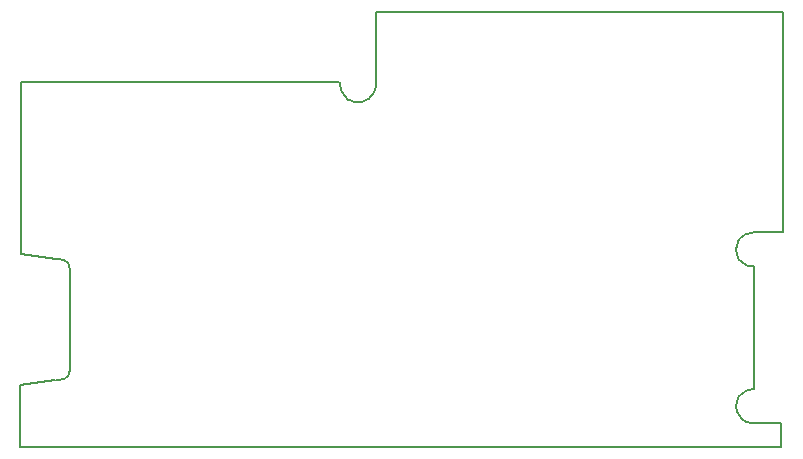
<source format=gbr>
G04 #@! TF.GenerationSoftware,KiCad,Pcbnew,(6.0.0-rc1-dev-557-ge985f797c)*
G04 #@! TF.CreationDate,2018-12-31T20:35:23+01:00*
G04 #@! TF.ProjectId,MAN Adapterplatine,4D414E2041646170746572706C617469,1.0*
G04 #@! TF.SameCoordinates,Original*
G04 #@! TF.FileFunction,Profile,NP*
%FSLAX46Y46*%
G04 Gerber Fmt 4.6, Leading zero omitted, Abs format (unit mm)*
G04 Created by KiCad (PCBNEW (6.0.0-rc1-dev-557-ge985f797c)) date 12/31/18 20:35:23*
%MOMM*%
%LPD*%
G01*
G04 APERTURE LIST*
%ADD10C,0.200000*%
G04 APERTURE END LIST*
D10*
X153543107Y-83979600D02*
X155963752Y-83979600D01*
X121525121Y-65345130D02*
X121525121Y-71256166D01*
X155963752Y-83979600D02*
X155963752Y-65345130D01*
X121525121Y-71256166D02*
X121516517Y-71452405D01*
X121516517Y-71452405D02*
X121492855Y-71628994D01*
X121492855Y-71628994D02*
X121455797Y-71792003D01*
X121455797Y-71792003D02*
X121405509Y-71945626D01*
X121405509Y-71945626D02*
X121344300Y-72086107D01*
X121344300Y-72086107D02*
X121271668Y-72217099D01*
X121271668Y-72217099D02*
X121189718Y-72336350D01*
X121189718Y-72336350D02*
X121097960Y-72445833D01*
X121097960Y-72445833D02*
X120997072Y-72545219D01*
X120997072Y-72545219D02*
X120884054Y-72636929D01*
X120884054Y-72636929D02*
X120762996Y-72717110D01*
X120762996Y-72717110D02*
X120630169Y-72787597D01*
X120630169Y-72787597D02*
X120487642Y-72846058D01*
X120487642Y-72846058D02*
X120333004Y-72891939D01*
X120333004Y-72891939D02*
X120162179Y-72923447D01*
X120162179Y-72923447D02*
X119973676Y-72936273D01*
X119973676Y-72936273D02*
X119780936Y-72925967D01*
X119780936Y-72925967D02*
X119610255Y-72896367D01*
X119610255Y-72896367D02*
X119454010Y-72850973D01*
X119454010Y-72850973D02*
X119311394Y-72792326D01*
X119311394Y-72792326D02*
X119180870Y-72721854D01*
X119180870Y-72721854D02*
X119061402Y-72640388D01*
X119061402Y-72640388D02*
X118951622Y-72547675D01*
X118951622Y-72547675D02*
X118851690Y-72443981D01*
X118851690Y-72443981D02*
X118762515Y-72330362D01*
X118762515Y-72330362D02*
X118684441Y-72207513D01*
X118684441Y-72207513D02*
X118616909Y-72074331D01*
X118616909Y-72074331D02*
X118560045Y-71929768D01*
X118560045Y-71929768D02*
X118514688Y-71773777D01*
X118514688Y-71773777D02*
X118481675Y-71606308D01*
X118481675Y-71606308D02*
X118461510Y-71422533D01*
X118461510Y-71422533D02*
X118455954Y-71256166D01*
X91396636Y-96887180D02*
X91396636Y-102133576D01*
X91458179Y-71264450D02*
X91458179Y-85822710D01*
X155963752Y-65345130D02*
X121525121Y-65345130D01*
X91458179Y-71264450D02*
X118397694Y-71256166D01*
X95583371Y-87097834D02*
X95583371Y-95604957D01*
X153543107Y-97256423D02*
X153543107Y-86848293D01*
X153543107Y-86848293D02*
X153350171Y-86839869D01*
X153350171Y-86839869D02*
X153171248Y-86815454D01*
X153171248Y-86815454D02*
X153007959Y-86776841D01*
X153007959Y-86776841D02*
X152853954Y-86723412D01*
X152853954Y-86723412D02*
X152716267Y-86658679D01*
X152716267Y-86658679D02*
X152591127Y-86582592D01*
X152591127Y-86582592D02*
X152477619Y-86495455D01*
X152477619Y-86495455D02*
X152374129Y-86396110D01*
X152374129Y-86396110D02*
X152282584Y-86286231D01*
X152282584Y-86286231D02*
X152201126Y-86162532D01*
X152201126Y-86162532D02*
X152133407Y-86029116D01*
X152133407Y-86029116D02*
X152078575Y-85882078D01*
X152078575Y-85882078D02*
X152038936Y-85721711D01*
X152038936Y-85721711D02*
X152016663Y-85541434D01*
X152016663Y-85541434D02*
X152017623Y-85341482D01*
X152017623Y-85341482D02*
X152040851Y-85163483D01*
X152040851Y-85163483D02*
X152080928Y-85002099D01*
X152080928Y-85002099D02*
X152134764Y-84854910D01*
X152134764Y-84854910D02*
X152201034Y-84719287D01*
X152201034Y-84719287D02*
X152277840Y-84595883D01*
X152277840Y-84595883D02*
X152367250Y-84480514D01*
X152367250Y-84480514D02*
X152468232Y-84375087D01*
X152468232Y-84375087D02*
X152583858Y-84277804D01*
X152583858Y-84277804D02*
X152703414Y-84197272D01*
X152703414Y-84197272D02*
X152834591Y-84127539D01*
X152834591Y-84127539D02*
X152977445Y-84069789D01*
X152977445Y-84069789D02*
X153133899Y-84024801D01*
X153133899Y-84024801D02*
X153308395Y-83993843D01*
X153308395Y-83993843D02*
X153495792Y-83980154D01*
X153495792Y-83980154D02*
X153543107Y-83979600D01*
X94400000Y-86202791D02*
X94580811Y-86228148D01*
X94580811Y-86228148D02*
X94751404Y-86258520D01*
X94751404Y-86258520D02*
X94915073Y-86298198D01*
X94915073Y-86298198D02*
X95064917Y-86348806D01*
X95064917Y-86348806D02*
X95203982Y-86415035D01*
X95203982Y-86415035D02*
X95323981Y-86496842D01*
X95323981Y-86496842D02*
X95424086Y-86596897D01*
X95424086Y-86596897D02*
X95502565Y-86718488D01*
X95502565Y-86718488D02*
X95556350Y-86864720D01*
X95556350Y-86864720D02*
X95581984Y-87041740D01*
X95581984Y-87041740D02*
X95583371Y-87097834D01*
X155836162Y-100131562D02*
X153543107Y-100131562D01*
X91396636Y-96887180D02*
X94333153Y-96508966D01*
X91396636Y-102133576D02*
X155836162Y-102133576D01*
X153543107Y-100131562D02*
X153350990Y-100122193D01*
X153350990Y-100122193D02*
X153174803Y-100095595D01*
X153174803Y-100095595D02*
X153012725Y-100053536D01*
X153012725Y-100053536D02*
X152864938Y-99997934D01*
X152864938Y-99997934D02*
X152725962Y-99927663D01*
X152725962Y-99927663D02*
X152604355Y-99848668D01*
X152604355Y-99848668D02*
X152489708Y-99755314D01*
X152489708Y-99755314D02*
X152388273Y-99652750D01*
X152388273Y-99652750D02*
X152298254Y-99540182D01*
X152298254Y-99540182D02*
X152219600Y-99417616D01*
X152219600Y-99417616D02*
X152152017Y-99283503D01*
X152152017Y-99283503D02*
X152096745Y-99137568D01*
X152096745Y-99137568D02*
X152055119Y-98977662D01*
X152055119Y-98977662D02*
X152029973Y-98801821D01*
X152029973Y-98801821D02*
X152026092Y-98604542D01*
X152026092Y-98604542D02*
X152045314Y-98422740D01*
X152045314Y-98422740D02*
X152082910Y-98257462D01*
X152082910Y-98257462D02*
X152135954Y-98106414D01*
X152135954Y-98106414D02*
X152202771Y-97968050D01*
X152202771Y-97968050D02*
X152281630Y-97842580D01*
X152281630Y-97842580D02*
X152370731Y-97730385D01*
X152370731Y-97730385D02*
X152473192Y-97627142D01*
X152473192Y-97627142D02*
X152584967Y-97537006D01*
X152584967Y-97537006D02*
X152707801Y-97458307D01*
X152707801Y-97458307D02*
X152841864Y-97391477D01*
X152841864Y-97391477D02*
X152988106Y-97336884D01*
X152988106Y-97336884D02*
X153147866Y-97295293D01*
X153147866Y-97295293D02*
X153321480Y-97268080D01*
X153321480Y-97268080D02*
X153512277Y-97256635D01*
X153512277Y-97256635D02*
X153543107Y-97256423D01*
X91458179Y-85822710D02*
X94394695Y-86200925D01*
X155836162Y-102133576D02*
X155836162Y-100131562D01*
X94400000Y-96500000D02*
X94577619Y-96475131D01*
X94577619Y-96475131D02*
X94747606Y-96445040D01*
X94747606Y-96445040D02*
X94909445Y-96406182D01*
X94909445Y-96406182D02*
X95062536Y-96354922D01*
X95062536Y-96354922D02*
X95198645Y-96290760D01*
X95198645Y-96290760D02*
X95319024Y-96209970D01*
X95319024Y-96209970D02*
X95420122Y-96110709D01*
X95420122Y-96110709D02*
X95501851Y-95985717D01*
X95501851Y-95985717D02*
X95555974Y-95839548D01*
X95555974Y-95839548D02*
X95581776Y-95665058D01*
X95581776Y-95665058D02*
X95583371Y-95604957D01*
M02*

</source>
